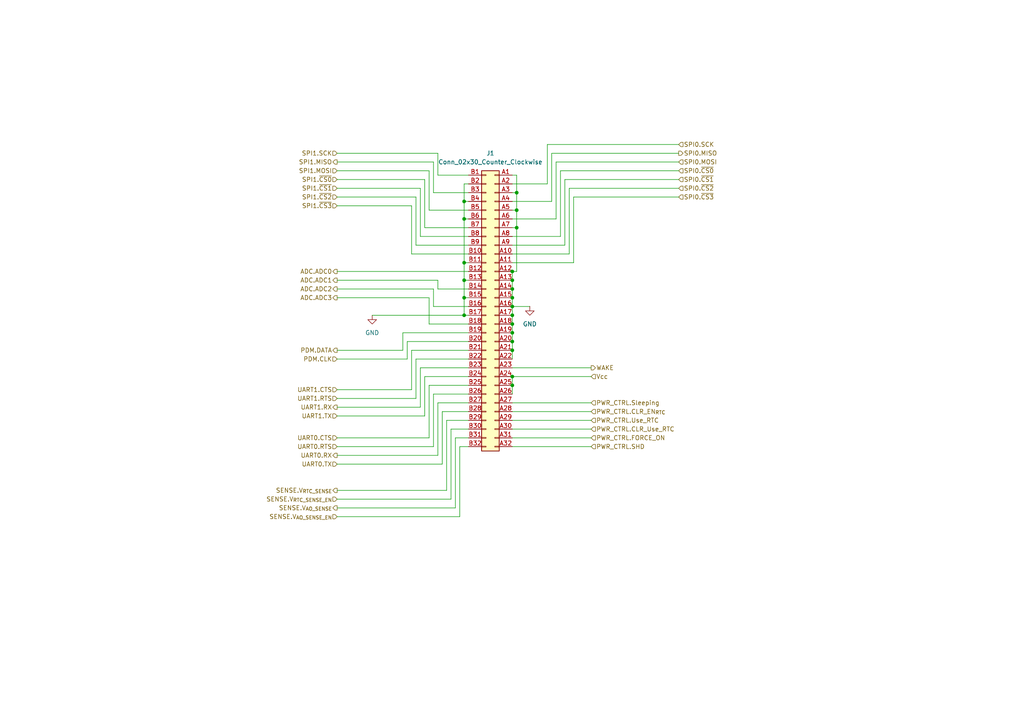
<source format=kicad_sch>
(kicad_sch (version 20231120) (generator "eeschema") (generator_version "8.0")
  (paper "A4")
  (lib_symbols
    (symbol "Marcano_Connector:PCIE_Conn_02x32_Odd_Even" (pin_names (offset 1.016) hide)
      (property "Reference" "J" (at 1.27 40.64 0))
      (property "Value" "PCIE_Conn_02x32_Odd_Even" (at 1.27 -43.18 0))
      (symbol "PCIE_Conn_02x32_Odd_Even_1_1"
        (rectangle (start -1.27 -40.513) (end 0 -40.767) (stroke (width 0.1524)))
        (rectangle (start -1.27 -37.973) (end 0 -38.227) (stroke (width 0.1524)))
        (rectangle (start -1.27 -35.433) (end 0 -35.687) (stroke (width 0.1524)))
        (rectangle (start -1.27 -32.893) (end 0 -33.147) (stroke (width 0.1524)))
        (rectangle (start -1.27 -30.353) (end 0 -30.607) (stroke (width 0.1524)))
        (rectangle (start -1.27 -27.813) (end 0 -28.067) (stroke (width 0.1524)))
        (rectangle (start -1.27 -25.273) (end 0 -25.527) (stroke (width 0.1524)))
        (rectangle (start -1.27 -22.733) (end 0 -22.987) (stroke (width 0.1524)))
        (rectangle (start -1.27 -20.193) (end 0 -20.447) (stroke (width 0.1524)))
        (rectangle (start -1.27 -17.653) (end 0 -17.907) (stroke (width 0.1524)))
        (rectangle (start -1.27 -15.113) (end 0 -15.367) (stroke (width 0.1524)))
        (rectangle (start -1.27 -12.573) (end 0 -12.827) (stroke (width 0.1524)))
        (rectangle (start -1.27 -10.033) (end 0 -10.287) (stroke (width 0.1524)))
        (rectangle (start -1.27 -7.493) (end 0 -7.747) (stroke (width 0.1524)))
        (rectangle (start -1.27 -4.953) (end 0 -5.207) (stroke (width 0.1524)))
        (rectangle (start -1.27 -2.413) (end 0 -2.667) (stroke (width 0.1524)))
        (rectangle (start -1.27 0.127) (end 0 -0.127) (stroke (width 0.1524)))
        (rectangle (start -1.27 2.667) (end 0 2.413) (stroke (width 0.1524)))
        (rectangle (start -1.27 5.207) (end 0 4.953) (stroke (width 0.1524)))
        (rectangle (start -1.27 7.747) (end 0 7.493) (stroke (width 0.1524)))
        (rectangle (start -1.27 10.287) (end 0 10.033) (stroke (width 0.1524)))
        (rectangle (start -1.27 12.827) (end 0 12.573) (stroke (width 0.1524)))
        (rectangle (start -1.27 15.367) (end 0 15.113) (stroke (width 0.1524)))
        (rectangle (start -1.27 17.907) (end 0 17.653) (stroke (width 0.1524)))
        (rectangle (start -1.27 20.447) (end 0 20.193) (stroke (width 0.1524)))
        (rectangle (start -1.27 22.987) (end 0 22.733) (stroke (width 0.1524)))
        (rectangle (start -1.27 25.527) (end 0 25.273) (stroke (width 0.1524)))
        (rectangle (start -1.27 28.067) (end 0 27.813) (stroke (width 0.1524)))
        (rectangle (start -1.27 30.607) (end 0 30.353) (stroke (width 0.1524)))
        (rectangle (start -1.27 33.147) (end 0 32.893) (stroke (width 0.1524)))
        (rectangle (start -1.27 35.687) (end 0 35.433) (stroke (width 0.1524)))
        (rectangle (start -1.27 38.227) (end 0 37.973) (stroke (width 0.1524)))
        (rectangle (start -1.27 39.37) (end 3.81 -41.91) (stroke (width 0.254)) (fill (type background)))
        (rectangle (start 3.81 -40.513) (end 2.54 -40.767) (stroke (width 0.1524)))
        (rectangle (start 3.81 -37.973) (end 2.54 -38.227) (stroke (width 0.1524)))
        (rectangle (start 3.81 -35.433) (end 2.54 -35.687) (stroke (width 0.1524)))
        (rectangle (start 3.81 -32.893) (end 2.54 -33.147) (stroke (width 0.1524)))
        (rectangle (start 3.81 -30.353) (end 2.54 -30.607) (stroke (width 0.1524)))
        (rectangle (start 3.81 -27.813) (end 2.54 -28.067) (stroke (width 0.1524)))
        (rectangle (start 3.81 -25.273) (end 2.54 -25.527) (stroke (width 0.1524)))
        (rectangle (start 3.81 -22.733) (end 2.54 -22.987) (stroke (width 0.1524)))
        (rectangle (start 3.81 -20.193) (end 2.54 -20.447) (stroke (width 0.1524)))
        (rectangle (start 3.81 -17.653) (end 2.54 -17.907) (stroke (width 0.1524)))
        (rectangle (start 3.81 -15.113) (end 2.54 -15.367) (stroke (width 0.1524)))
        (rectangle (start 3.81 -12.573) (end 2.54 -12.827) (stroke (width 0.1524)))
        (rectangle (start 3.81 -10.033) (end 2.54 -10.287) (stroke (width 0.1524)))
        (rectangle (start 3.81 -7.493) (end 2.54 -7.747) (stroke (width 0.1524)))
        (rectangle (start 3.81 -4.953) (end 2.54 -5.207) (stroke (width 0.1524)))
        (rectangle (start 3.81 -2.413) (end 2.54 -2.667) (stroke (width 0.1524)))
        (rectangle (start 3.81 0.127) (end 2.54 -0.127) (stroke (width 0.1524)))
        (rectangle (start 3.81 2.667) (end 2.54 2.413) (stroke (width 0.1524)))
        (rectangle (start 3.81 5.207) (end 2.54 4.953) (stroke (width 0.1524)))
        (rectangle (start 3.81 7.747) (end 2.54 7.493) (stroke (width 0.1524)))
        (rectangle (start 3.81 10.287) (end 2.54 10.033) (stroke (width 0.1524)))
        (rectangle (start 3.81 12.827) (end 2.54 12.573) (stroke (width 0.1524)))
        (rectangle (start 3.81 15.367) (end 2.54 15.113) (stroke (width 0.1524)))
        (rectangle (start 3.81 17.907) (end 2.54 17.653) (stroke (width 0.1524)))
        (rectangle (start 3.81 20.447) (end 2.54 20.193) (stroke (width 0.1524)))
        (rectangle (start 3.81 22.987) (end 2.54 22.733) (stroke (width 0.1524)))
        (rectangle (start 3.81 25.527) (end 2.54 25.273) (stroke (width 0.1524)))
        (rectangle (start 3.81 28.067) (end 2.54 27.813) (stroke (width 0.1524)))
        (rectangle (start 3.81 30.607) (end 2.54 30.353) (stroke (width 0.1524)))
        (rectangle (start 3.81 33.147) (end 2.54 32.893) (stroke (width 0.1524)))
        (rectangle (start 3.81 35.687) (end 2.54 35.433) (stroke (width 0.1524)))
        (rectangle (start 3.81 38.227) (end 2.54 37.973) (stroke (width 0.1524)))
        (pin passive line (at 7.62 38.1 180) (length 3.81) (name "Pin_2") (number "A1"))
        (pin passive line (at 7.62 15.24 180) (length 3.81) (name "Pin_20") (number "A10"))
        (pin passive line (at 7.62 12.7 180) (length 3.81) (name "Pin_22") (number "A11"))
        (pin passive line (at 7.62 10.16 180) (length 3.81) (name "Pin_24") (number "A12"))
        (pin passive line (at 7.62 7.62 180) (length 3.81) (name "Pin_26") (number "A13"))
        (pin passive line (at 7.62 5.08 180) (length 3.81) (name "Pin_28") (number "A14"))
        (pin passive line (at 7.62 2.54 180) (length 3.81) (name "Pin_30") (number "A15"))
        (pin passive line (at 7.62 0 180) (length 3.81) (name "Pin_32") (number "A16"))
        (pin passive line (at 7.62 -2.54 180) (length 3.81) (name "Pin_34") (number "A17"))
        (pin passive line (at 7.62 -5.08 180) (length 3.81) (name "Pin_36") (number "A18"))
        (pin passive line (at 7.62 -7.62 180) (length 3.81) (name "Pin_38") (number "A19"))
        (pin passive line (at 7.62 35.56 180) (length 3.81) (name "Pin_4") (number "A2"))
        (pin passive line (at 7.62 -10.16 180) (length 3.81) (name "Pin_40") (number "A20"))
        (pin passive line (at 7.62 -12.7 180) (length 3.81) (name "Pin_42") (number "A21"))
        (pin passive line (at 7.62 -15.24 180) (length 3.81) (name "Pin_44") (number "A22"))
        (pin passive line (at 7.62 -17.78 180) (length 3.81) (name "Pin_46") (number "A23"))
        (pin passive line (at 7.62 -20.32 180) (length 3.81) (name "Pin_48") (number "A24"))
        (pin passive line (at 7.62 -22.86 180) (length 3.81) (name "Pin_50") (number "A25"))
        (pin passive line (at 7.62 -25.4 180) (length 3.81) (name "Pin_52") (number "A26"))
        (pin passive line (at 7.62 -27.94 180) (length 3.81) (name "Pin_54") (number "A27"))
        (pin passive line (at 7.62 -30.48 180) (length 3.81) (name "Pin_56") (number "A28"))
        (pin passive line (at 7.62 -33.02 180) (length 3.81) (name "Pin_58") (number "A29"))
        (pin passive line (at 7.62 33.02 180) (length 3.81) (name "Pin_6") (number "A3"))
        (pin passive line (at 7.62 -35.56 180) (length 3.81) (name "Pin_60") (number "A30"))
        (pin passive line (at 7.62 -38.1 180) (length 3.81) (name "Pin_62") (number "A31"))
        (pin passive line (at 7.62 -40.64 180) (length 3.81) (name "Pin_64") (number "A32"))
        (pin passive line (at 7.62 30.48 180) (length 3.81) (name "Pin_8") (number "A4"))
        (pin passive line (at 7.62 27.94 180) (length 3.81) (name "Pin_10") (number "A5"))
        (pin passive line (at 7.62 25.4 180) (length 3.81) (name "Pin_12") (number "A6"))
        (pin passive line (at 7.62 22.86 180) (length 3.81) (name "Pin_14") (number "A7"))
        (pin passive line (at 7.62 20.32 180) (length 3.81) (name "Pin_16") (number "A8"))
        (pin passive line (at 7.62 17.78 180) (length 3.81) (name "Pin_18") (number "A9"))
        (pin passive line (at -5.08 38.1 0) (length 3.81) (name "Pin_1") (number "B1"))
        (pin passive line (at -5.08 15.24 0) (length 3.81) (name "Pin_19") (number "B10"))
        (pin passive line (at -5.08 12.7 0) (length 3.81) (name "Pin_21") (number "B11"))
        (pin passive line (at -5.08 10.16 0) (length 3.81) (name "Pin_23") (number "B12"))
        (pin passive line (at -5.08 7.62 0) (length 3.81) (name "Pin_25") (number "B13"))
        (pin passive line (at -5.08 5.08 0) (length 3.81) (name "Pin_27") (number "B14"))
        (pin passive line (at -5.08 2.54 0) (length 3.81) (name "Pin_29") (number "B15"))
        (pin passive line (at -5.08 0 0) (length 3.81) (name "Pin_31") (number "B16"))
        (pin passive line (at -5.08 -2.54 0) (length 3.81) (name "Pin_33") (number "B17"))
        (pin passive line (at -5.08 -5.08 0) (length 3.81) (name "Pin_35") (number "B18"))
        (pin passive line (at -5.08 -7.62 0) (length 3.81) (name "Pin_37") (number "B19"))
        (pin passive line (at -5.08 35.56 0) (length 3.81) (name "Pin_3") (number "B2"))
        (pin passive line (at -5.08 -10.16 0) (length 3.81) (name "Pin_39") (number "B20"))
        (pin passive line (at -5.08 -12.7 0) (length 3.81) (name "Pin_41") (number "B21"))
        (pin passive line (at -5.08 -15.24 0) (length 3.81) (name "Pin_43") (number "B22"))
        (pin passive line (at -5.08 -17.78 0) (length 3.81) (name "Pin_45") (number "B23"))
        (pin passive line (at -5.08 -20.32 0) (length 3.81) (name "Pin_47") (number "B24"))
        (pin passive line (at -5.08 -22.86 0) (length 3.81) (name "Pin_49") (number "B25"))
        (pin passive line (at -5.08 -25.4 0) (length 3.81) (name "Pin_51") (number "B26"))
        (pin passive line (at -5.08 -27.94 0) (length 3.81) (name "Pin_53") (number "B27"))
        (pin passive line (at -5.08 -30.48 0) (length 3.81) (name "Pin_55") (number "B28"))
        (pin passive line (at -5.08 -33.02 0) (length 3.81) (name "Pin_57") (number "B29"))
        (pin passive line (at -5.08 33.02 0) (length 3.81) (name "Pin_5") (number "B3"))
        (pin passive line (at -5.08 -35.56 0) (length 3.81) (name "Pin_59") (number "B30"))
        (pin passive line (at -5.08 -38.1 0) (length 3.81) (name "Pin_61") (number "B31"))
        (pin passive line (at -5.08 -40.64 0) (length 3.81) (name "Pin_63") (number "B32"))
        (pin passive line (at -5.08 30.48 0) (length 3.81) (name "Pin_7") (number "B4"))
        (pin passive line (at -5.08 27.94 0) (length 3.81) (name "Pin_9") (number "B5"))
        (pin passive line (at -5.08 25.4 0) (length 3.81) (name "Pin_11") (number "B6"))
        (pin passive line (at -5.08 22.86 0) (length 3.81) (name "Pin_13") (number "B7"))
        (pin passive line (at -5.08 20.32 0) (length 3.81) (name "Pin_15") (number "B8"))
        (pin passive line (at -5.08 17.78 0) (length 3.81) (name "Pin_17") (number "B9"))
      )
    )
    (symbol "power:GND" (power) (pin_numbers hide) (pin_names (offset 0) hide)
      (property "Value" "GND" (at 0 -3.81 0))
      (symbol "GND_0_1"
        (polyline (pts (xy 0 0) (xy 0 -1.27) (xy 1.27 -1.27) (xy 0 -2.54) (xy -1.27 -1.27) (xy 0 -1.27)))
      )
      (symbol "GND_1_1"
        (pin power_in line (at 0 0 270) (length 0) (name "~") (number "1"))
      )
    )
  )
  (junction (at 148.59 83.82))
  (junction (at 148.59 101.6))
  (junction (at 134.62 63.5))
  (junction (at 134.62 76.2))
  (junction (at 148.59 96.52))
  (junction (at 148.59 86.36))
  (junction (at 148.59 88.9))
  (junction (at 134.62 91.44))
  (junction (at 149.86 66.04))
  (junction (at 148.59 78.74))
  (junction (at 134.62 81.28))
  (junction (at 148.59 81.28))
  (junction (at 148.59 111.76))
  (junction (at 134.62 86.36))
  (junction (at 148.59 91.44))
  (junction (at 149.86 55.88))
  (junction (at 148.59 93.98))
  (junction (at 148.59 109.22))
  (junction (at 134.62 58.42))
  (junction (at 149.86 60.96))
  (junction (at 148.59 99.06))
  (wire (pts (xy 134.62 91.44) (xy 135.89 91.44)))
  (wire (pts (xy 134.62 53.34) (xy 134.62 58.42)))
  (wire (pts (xy 135.89 116.84) (xy 127 116.84)))
  (wire (pts (xy 148.59 78.74) (xy 148.59 81.28)))
  (wire (pts (xy 129.54 121.92) (xy 129.54 142.24)))
  (wire (pts (xy 148.59 66.04) (xy 149.86 66.04)))
  (wire (pts (xy 135.89 119.38) (xy 128.27 119.38)))
  (wire (pts (xy 148.59 116.84) (xy 171.45 116.84)))
  (wire (pts (xy 97.79 44.45) (xy 127 44.45)))
  (wire (pts (xy 149.86 55.88) (xy 149.86 60.96)))
  (wire (pts (xy 134.62 81.28) (xy 135.89 81.28)))
  (wire (pts (xy 148.59 73.66) (xy 165.1 73.66)))
  (wire (pts (xy 148.59 93.98) (xy 148.59 96.52)))
  (wire (pts (xy 97.79 57.15) (xy 120.65 57.15)))
  (wire (pts (xy 97.79 83.82) (xy 125.73 83.82)))
  (wire (pts (xy 148.59 68.58) (xy 162.56 68.58)))
  (wire (pts (xy 161.29 46.99) (xy 161.29 63.5)))
  (wire (pts (xy 160.02 44.45) (xy 160.02 58.42)))
  (wire (pts (xy 97.79 144.78) (xy 130.81 144.78)))
  (wire (pts (xy 163.83 52.07) (xy 196.85 52.07)))
  (wire (pts (xy 123.19 109.22) (xy 135.89 109.22)))
  (wire (pts (xy 97.79 113.03) (xy 119.38 113.03)))
  (wire (pts (xy 148.59 55.88) (xy 149.86 55.88)))
  (wire (pts (xy 118.11 104.14) (xy 118.11 99.06)))
  (wire (pts (xy 148.59 63.5) (xy 161.29 63.5)))
  (wire (pts (xy 125.73 83.82) (xy 125.73 88.9)))
  (wire (pts (xy 132.08 127) (xy 132.08 147.32)))
  (wire (pts (xy 134.62 58.42) (xy 134.62 63.5)))
  (wire (pts (xy 127 50.8) (xy 135.89 50.8)))
  (wire (pts (xy 165.1 54.61) (xy 196.85 54.61)))
  (wire (pts (xy 123.19 120.65) (xy 123.19 109.22)))
  (wire (pts (xy 97.79 115.57) (xy 120.65 115.57)))
  (wire (pts (xy 148.59 83.82) (xy 148.59 86.36)))
  (wire (pts (xy 119.38 101.6) (xy 119.38 113.03)))
  (wire (pts (xy 134.62 58.42) (xy 135.89 58.42)))
  (wire (pts (xy 148.59 88.9) (xy 148.59 91.44)))
  (wire (pts (xy 97.79 127) (xy 124.46 127)))
  (wire (pts (xy 149.86 50.8) (xy 149.86 55.88)))
  (wire (pts (xy 134.62 86.36) (xy 134.62 91.44)))
  (wire (pts (xy 116.84 96.52) (xy 135.89 96.52)))
  (wire (pts (xy 120.65 104.14) (xy 135.89 104.14)))
  (wire (pts (xy 97.79 142.24) (xy 129.54 142.24)))
  (wire (pts (xy 128.27 119.38) (xy 128.27 134.62)))
  (wire (pts (xy 165.1 54.61) (xy 165.1 73.66)))
  (wire (pts (xy 134.62 76.2) (xy 134.62 81.28)))
  (wire (pts (xy 121.92 106.68) (xy 121.92 118.11)))
  (wire (pts (xy 149.86 60.96) (xy 149.86 66.04)))
  (wire (pts (xy 125.73 88.9) (xy 135.89 88.9)))
  (wire (pts (xy 97.79 52.07) (xy 123.19 52.07)))
  (wire (pts (xy 148.59 109.22) (xy 148.59 111.76)))
  (wire (pts (xy 148.59 101.6) (xy 148.59 104.14)))
  (wire (pts (xy 148.59 60.96) (xy 149.86 60.96)))
  (wire (pts (xy 162.56 49.53) (xy 196.85 49.53)))
  (wire (pts (xy 134.62 63.5) (xy 134.62 76.2)))
  (wire (pts (xy 135.89 127) (xy 132.08 127)))
  (wire (pts (xy 148.59 76.2) (xy 166.37 76.2)))
  (wire (pts (xy 148.59 81.28) (xy 148.59 83.82)))
  (wire (pts (xy 135.89 124.46) (xy 130.81 124.46)))
  (wire (pts (xy 119.38 73.66) (xy 135.89 73.66)))
  (wire (pts (xy 123.19 66.04) (xy 135.89 66.04)))
  (wire (pts (xy 124.46 60.96) (xy 135.89 60.96)))
  (wire (pts (xy 134.62 76.2) (xy 135.89 76.2)))
  (wire (pts (xy 97.79 59.69) (xy 119.38 59.69)))
  (wire (pts (xy 124.46 49.53) (xy 124.46 60.96)))
  (wire (pts (xy 97.79 120.65) (xy 123.19 120.65)))
  (wire (pts (xy 125.73 55.88) (xy 135.89 55.88)))
  (wire (pts (xy 97.79 46.99) (xy 125.73 46.99)))
  (wire (pts (xy 124.46 93.98) (xy 135.89 93.98)))
  (wire (pts (xy 124.46 86.36) (xy 124.46 93.98)))
  (wire (pts (xy 97.79 54.61) (xy 121.92 54.61)))
  (wire (pts (xy 135.89 101.6) (xy 119.38 101.6)))
  (wire (pts (xy 148.59 124.46) (xy 171.45 124.46)))
  (wire (pts (xy 118.11 99.06) (xy 135.89 99.06)))
  (wire (pts (xy 148.59 91.44) (xy 148.59 93.98)))
  (wire (pts (xy 158.75 41.91) (xy 196.85 41.91)))
  (wire (pts (xy 166.37 57.15) (xy 196.85 57.15)))
  (wire (pts (xy 148.59 86.36) (xy 148.59 88.9)))
  (wire (pts (xy 97.79 86.36) (xy 124.46 86.36)))
  (wire (pts (xy 134.62 81.28) (xy 134.62 86.36)))
  (wire (pts (xy 125.73 129.54) (xy 125.73 114.3)))
  (wire (pts (xy 135.89 106.68) (xy 121.92 106.68)))
  (wire (pts (xy 119.38 59.69) (xy 119.38 73.66)))
  (wire (pts (xy 97.79 129.54) (xy 125.73 129.54)))
  (wire (pts (xy 127 83.82) (xy 135.89 83.82)))
  (wire (pts (xy 121.92 68.58) (xy 135.89 68.58)))
  (wire (pts (xy 135.89 129.54) (xy 133.35 129.54)))
  (wire (pts (xy 148.59 96.52) (xy 148.59 99.06)))
  (wire (pts (xy 97.79 101.6) (xy 116.84 101.6)))
  (wire (pts (xy 116.84 101.6) (xy 116.84 96.52)))
  (wire (pts (xy 127 81.28) (xy 127 83.82)))
  (wire (pts (xy 120.65 115.57) (xy 120.65 104.14)))
  (wire (pts (xy 134.62 63.5) (xy 135.89 63.5)))
  (wire (pts (xy 148.59 129.54) (xy 171.45 129.54)))
  (wire (pts (xy 125.73 114.3) (xy 135.89 114.3)))
  (wire (pts (xy 97.79 149.86) (xy 133.35 149.86)))
  (wire (pts (xy 120.65 71.12) (xy 135.89 71.12)))
  (wire (pts (xy 158.75 41.91) (xy 158.75 53.34)))
  (wire (pts (xy 135.89 53.34) (xy 134.62 53.34)))
  (wire (pts (xy 148.59 127) (xy 171.45 127)))
  (wire (pts (xy 124.46 127) (xy 124.46 111.76)))
  (wire (pts (xy 97.79 147.32) (xy 132.08 147.32)))
  (wire (pts (xy 127 116.84) (xy 127 132.08)))
  (wire (pts (xy 163.83 52.07) (xy 163.83 71.12)))
  (wire (pts (xy 148.59 58.42) (xy 160.02 58.42)))
  (wire (pts (xy 97.79 78.74) (xy 135.89 78.74)))
  (wire (pts (xy 166.37 57.15) (xy 166.37 76.2)))
  (wire (pts (xy 97.79 134.62) (xy 128.27 134.62)))
  (wire (pts (xy 148.59 88.9) (xy 153.67 88.9)))
  (wire (pts (xy 148.59 53.34) (xy 158.75 53.34)))
  (wire (pts (xy 123.19 52.07) (xy 123.19 66.04)))
  (wire (pts (xy 97.79 49.53) (xy 124.46 49.53)))
  (wire (pts (xy 148.59 50.8) (xy 149.86 50.8)))
  (wire (pts (xy 161.29 46.99) (xy 196.85 46.99)))
  (wire (pts (xy 130.81 124.46) (xy 130.81 144.78)))
  (wire (pts (xy 120.65 57.15) (xy 120.65 71.12)))
  (wire (pts (xy 97.79 104.14) (xy 118.11 104.14)))
  (wire (pts (xy 148.59 109.22) (xy 171.45 109.22)))
  (wire (pts (xy 148.59 106.68) (xy 171.45 106.68)))
  (wire (pts (xy 133.35 129.54) (xy 133.35 149.86)))
  (wire (pts (xy 135.89 121.92) (xy 129.54 121.92)))
  (wire (pts (xy 97.79 81.28) (xy 127 81.28)))
  (wire (pts (xy 148.59 121.92) (xy 171.45 121.92)))
  (wire (pts (xy 121.92 54.61) (xy 121.92 68.58)))
  (wire (pts (xy 125.73 46.99) (xy 125.73 55.88)))
  (wire (pts (xy 127 44.45) (xy 127 50.8)))
  (wire (pts (xy 149.86 66.04) (xy 149.86 78.74)))
  (wire (pts (xy 148.59 111.76) (xy 148.59 114.3)))
  (wire (pts (xy 97.79 118.11) (xy 121.92 118.11)))
  (wire (pts (xy 107.95 91.44) (xy 134.62 91.44)))
  (wire (pts (xy 124.46 111.76) (xy 135.89 111.76)))
  (wire (pts (xy 97.79 132.08) (xy 127 132.08)))
  (wire (pts (xy 148.59 71.12) (xy 163.83 71.12)))
  (wire (pts (xy 148.59 78.74) (xy 149.86 78.74)))
  (wire (pts (xy 160.02 44.45) (xy 196.85 44.45)))
  (wire (pts (xy 148.59 119.38) (xy 171.45 119.38)))
  (wire (pts (xy 134.62 86.36) (xy 135.89 86.36)))
  (wire (pts (xy 162.56 49.53) (xy 162.56 68.58)))
  (wire (pts (xy 148.59 99.06) (xy 148.59 101.6)))
  (hierarchical_label "SPI1.MOSI" (shape input) (at 97.79 49.53 180))
  (hierarchical_label "SPI1.~{CS1}" (shape input) (at 97.79 54.61 180))
  (hierarchical_label "PWR_CTRL.CLR_EN_{RTC}" (shape input) (at 171.45 119.38 0))
  (hierarchical_label "UART0.TX" (shape input) (at 97.79 134.62 180))
  (hierarchical_label "ADC.ADC2" (shape output) (at 97.79 83.82 180))
  (hierarchical_label "SENSE.V_{AO_SENSE_EN}" (shape input) (at 97.79 149.86 180))
  (hierarchical_label "SPI1.SCK" (shape input) (at 97.79 44.45 180))
  (hierarchical_label "UART0.RTS" (shape input) (at 97.79 129.54 180))
  (hierarchical_label "PWR_CTRL.CLR_Use_RTC" (shape input) (at 171.45 124.46 0))
  (hierarchical_label "ADC.ADC1" (shape output) (at 97.79 81.28 180))
  (hierarchical_label "UART1.TX" (shape input) (at 97.79 120.65 180))
  (hierarchical_label "SPI0.MOSI" (shape input) (at 196.85 46.99 0))
  (hierarchical_label "PWR_CTRL.FORCE_ON" (shape input) (at 171.45 127 0))
  (hierarchical_label "UART0.CTS" (shape input) (at 97.79 127 180))
  (hierarchical_label "SPI0.SCK" (shape input) (at 196.85 41.91 0))
  (hierarchical_label "PWR_CTRL.Sleeping" (shape input) (at 171.45 116.84 0))
  (hierarchical_label "ADC.ADC3" (shape output) (at 97.79 86.36 180))
  (hierarchical_label "UART1.RX" (shape output) (at 97.79 118.11 180))
  (hierarchical_label "PDM.DATA" (shape output) (at 97.79 101.6 180))
  (hierarchical_label "SPI1.~{CS0}" (shape input) (at 97.79 52.07 180))
  (hierarchical_label "PWR_CTRL.SHD" (shape input) (at 171.45 129.54 0))
  (hierarchical_label "SPI0.~{CS0}" (shape input) (at 196.85 49.53 0))
  (hierarchical_label "UART1.RTS" (shape input) (at 97.79 115.57 180))
  (hierarchical_label "SENSE.V_{RTC_SENSE}" (shape output) (at 97.79 142.24 180))
  (hierarchical_label "PWR_CTRL.Use_RTC" (shape input) (at 171.45 121.92 0))
  (hierarchical_label "UART1.CTS" (shape input) (at 97.79 113.03 180))
  (hierarchical_label "ADC.ADC0" (shape output) (at 97.79 78.74 180))
  (hierarchical_label "SENSE.V_{AO_SENSE}" (shape output) (at 97.79 147.32 180))
  (hierarchical_label "WAKE" (shape output) (at 171.45 106.68 0))
  (hierarchical_label "PDM.CLK" (shape input) (at 97.79 104.14 180))
  (hierarchical_label "SPI0.MISO" (shape output) (at 196.85 44.45 0))
  (hierarchical_label "SPI0.~{CS1}" (shape input) (at 196.85 52.07 0))
  (hierarchical_label "SPI1.~{CS2}" (shape input) (at 97.79 57.15 180))
  (hierarchical_label "SPI1.MISO" (shape output) (at 97.79 46.99 180))
  (hierarchical_label "SPI1.~{CS3}" (shape input) (at 97.79 59.69 180))
  (hierarchical_label "SPI0.~{CS2}" (shape input) (at 196.85 54.61 0))
  (hierarchical_label "Vcc" (shape input) (at 171.45 109.22 0))
  (hierarchical_label "SENSE.V_{RTC_SENSE_EN}" (shape input) (at 97.79 144.78 180))
  (hierarchical_label "SPI0.~{CS3}" (shape input) (at 196.85 57.15 0))
  (hierarchical_label "UART0.RX" (shape output) (at 97.79 132.08 180))
  (symbol (lib_id "power:GND") (at 153.67 88.9 0) (unit 1)
    (property "Reference" "#PWR02" (effects (hide yes)))
    (property "Value" "GND" (at 153.67 93.98 0))
    (property "Description" "Power symbol creates a global label with name \"GND\" , ground" (effects (hide yes)))
  )
  (symbol (lib_id "power:GND") (at 107.95 91.44 0) (unit 1)
    (property "Reference" "#PWR01" (effects (hide yes)))
    (property "Value" "GND" (at 107.95 96.52 0))
    (property "Description" "Power symbol creates a global label with name \"GND\" , ground" (effects (hide yes)))
  )
  (symbol (lib_id "Marcano_Connector:PCIE_Conn_02x32_Odd_Even") (at 140.97 88.9 0) (unit 1)
    (property "Reference" "J1" (at 142.24 44.45 0))
    (property "Value" "Conn_02x30_Counter_Clockwise" (at 142.24 46.99 0))
    (property "Footprint" "Connector_PCBEdge:BUS_PCIexpress_x4" (effects (hide yes)))
  )
)
</source>
